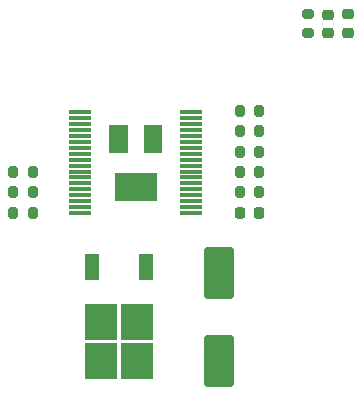
<source format=gtp>
%TF.GenerationSoftware,KiCad,Pcbnew,(6.0.7-1)-1*%
%TF.CreationDate,2022-08-20T15:22:06+08:00*%
%TF.ProjectId,VNH5050A (test),564e4835-3035-4304-9120-287465737429,rev?*%
%TF.SameCoordinates,Original*%
%TF.FileFunction,Paste,Top*%
%TF.FilePolarity,Positive*%
%FSLAX46Y46*%
G04 Gerber Fmt 4.6, Leading zero omitted, Abs format (unit mm)*
G04 Created by KiCad (PCBNEW (6.0.7-1)-1) date 2022-08-20 15:22:06*
%MOMM*%
%LPD*%
G01*
G04 APERTURE LIST*
G04 Aperture macros list*
%AMRoundRect*
0 Rectangle with rounded corners*
0 $1 Rounding radius*
0 $2 $3 $4 $5 $6 $7 $8 $9 X,Y pos of 4 corners*
0 Add a 4 corners polygon primitive as box body*
4,1,4,$2,$3,$4,$5,$6,$7,$8,$9,$2,$3,0*
0 Add four circle primitives for the rounded corners*
1,1,$1+$1,$2,$3*
1,1,$1+$1,$4,$5*
1,1,$1+$1,$6,$7*
1,1,$1+$1,$8,$9*
0 Add four rect primitives between the rounded corners*
20,1,$1+$1,$2,$3,$4,$5,0*
20,1,$1+$1,$4,$5,$6,$7,0*
20,1,$1+$1,$6,$7,$8,$9,0*
20,1,$1+$1,$8,$9,$2,$3,0*%
G04 Aperture macros list end*
%ADD10C,0.010000*%
%ADD11RoundRect,0.250000X-1.000000X1.950000X-1.000000X-1.950000X1.000000X-1.950000X1.000000X1.950000X0*%
%ADD12RoundRect,0.200000X0.200000X0.275000X-0.200000X0.275000X-0.200000X-0.275000X0.200000X-0.275000X0*%
%ADD13R,2.750000X3.050000*%
%ADD14R,1.200000X2.200000*%
%ADD15RoundRect,0.225000X0.225000X0.250000X-0.225000X0.250000X-0.225000X-0.250000X0.225000X-0.250000X0*%
%ADD16RoundRect,0.200000X-0.200000X-0.275000X0.200000X-0.275000X0.200000X0.275000X-0.200000X0.275000X0*%
%ADD17RoundRect,0.218750X0.256250X-0.218750X0.256250X0.218750X-0.256250X0.218750X-0.256250X-0.218750X0*%
%ADD18RoundRect,0.200000X-0.275000X0.200000X-0.275000X-0.200000X0.275000X-0.200000X0.275000X0.200000X0*%
%ADD19RoundRect,0.218750X-0.256250X0.218750X-0.256250X-0.218750X0.256250X-0.218750X0.256250X0.218750X0*%
%ADD20RoundRect,0.014000X-0.881000X-0.161000X0.881000X-0.161000X0.881000X0.161000X-0.881000X0.161000X0*%
G04 APERTURE END LIST*
G36*
X157319009Y-99783000D02*
G01*
X155835009Y-99783000D01*
X155835009Y-97485000D01*
X157319009Y-97485000D01*
X157319009Y-99783000D01*
G37*
D10*
X157319009Y-99783000D02*
X155835009Y-99783000D01*
X155835009Y-97485000D01*
X157319009Y-97485000D01*
X157319009Y-99783000D01*
G36*
X154419009Y-99783000D02*
G01*
X152935009Y-99783000D01*
X152935009Y-97485000D01*
X154419009Y-97485000D01*
X154419009Y-99783000D01*
G37*
X154419009Y-99783000D02*
X152935009Y-99783000D01*
X152935009Y-97485000D01*
X154419009Y-97485000D01*
X154419009Y-99783000D01*
G36*
X156877009Y-103833000D02*
G01*
X153377009Y-103833000D01*
X153377009Y-101535000D01*
X156877009Y-101535000D01*
X156877009Y-103833000D01*
G37*
X156877009Y-103833000D02*
X153377009Y-103833000D01*
X153377009Y-101535000D01*
X156877009Y-101535000D01*
X156877009Y-103833000D01*
D11*
X162217400Y-110014600D03*
X162217400Y-117414600D03*
D12*
X165625809Y-96263600D03*
X163975809Y-96263600D03*
D13*
X152188100Y-114139600D03*
X155238100Y-114139600D03*
X152188100Y-117489600D03*
X155238100Y-117489600D03*
D14*
X155993100Y-109514600D03*
X151433100Y-109514600D03*
D15*
X165575809Y-104899600D03*
X164025809Y-104899600D03*
D16*
X163975809Y-97993200D03*
X165625809Y-97993200D03*
D17*
X173153000Y-89660900D03*
X173153000Y-88085900D03*
D16*
X163975809Y-99720400D03*
X165625809Y-99720400D03*
X144798809Y-104904000D03*
X146448809Y-104904000D03*
X144798809Y-101475000D03*
X146448809Y-101475000D03*
D12*
X165625809Y-101445200D03*
X163975809Y-101445200D03*
D18*
X169774800Y-88068400D03*
X169774800Y-89718400D03*
D12*
X165625809Y-103167200D03*
X163975809Y-103167200D03*
D19*
X171451200Y-88125900D03*
X171451200Y-89700900D03*
D20*
X150412009Y-96409000D03*
X150412009Y-96909000D03*
X150412009Y-97409000D03*
X150412009Y-97909000D03*
X150412009Y-98409000D03*
X150412009Y-98909000D03*
X150412009Y-99409000D03*
X150412009Y-99909000D03*
X150412009Y-100409000D03*
X150412009Y-100909000D03*
X150412009Y-101409000D03*
X150412009Y-101909000D03*
X150412009Y-102409000D03*
X150412009Y-102909000D03*
X150412009Y-103409000D03*
X150412009Y-103909000D03*
X150412009Y-104409000D03*
X150412009Y-104909000D03*
X159842009Y-104909000D03*
X159842009Y-104409000D03*
X159842009Y-103909000D03*
X159842009Y-103409000D03*
X159842009Y-102909000D03*
X159842009Y-102409000D03*
X159842009Y-101909000D03*
X159842009Y-101409000D03*
X159842009Y-100909000D03*
X159842009Y-100409000D03*
X159842009Y-99909000D03*
X159842009Y-99409000D03*
X159842009Y-98909000D03*
X159842009Y-98409000D03*
X159842009Y-97909000D03*
X159842009Y-97409000D03*
X159842009Y-96909000D03*
X159842009Y-96409000D03*
D12*
X146448809Y-103176800D03*
X144798809Y-103176800D03*
M02*

</source>
